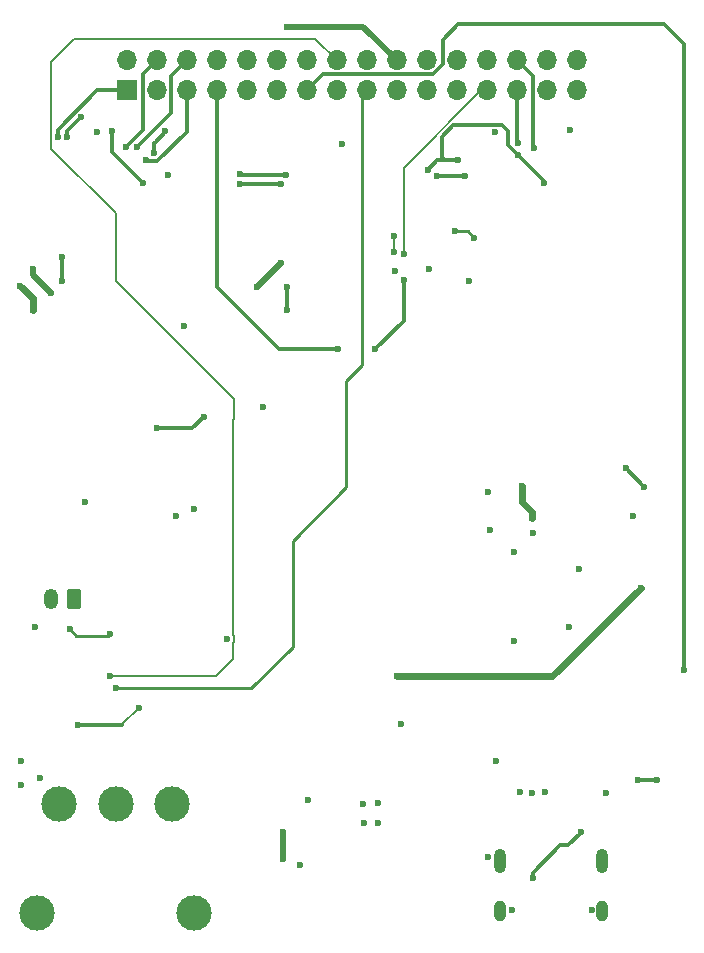
<source format=gbr>
%TF.GenerationSoftware,KiCad,Pcbnew,9.0.0*%
%TF.CreationDate,2025-03-28T03:41:13+02:00*%
%TF.ProjectId,Power_Board_3088F,506f7765-725f-4426-9f61-72645f333038,V0*%
%TF.SameCoordinates,Original*%
%TF.FileFunction,Copper,L2,Bot*%
%TF.FilePolarity,Positive*%
%FSLAX46Y46*%
G04 Gerber Fmt 4.6, Leading zero omitted, Abs format (unit mm)*
G04 Created by KiCad (PCBNEW 9.0.0) date 2025-03-28 03:41:13*
%MOMM*%
%LPD*%
G01*
G04 APERTURE LIST*
G04 Aperture macros list*
%AMRoundRect*
0 Rectangle with rounded corners*
0 $1 Rounding radius*
0 $2 $3 $4 $5 $6 $7 $8 $9 X,Y pos of 4 corners*
0 Add a 4 corners polygon primitive as box body*
4,1,4,$2,$3,$4,$5,$6,$7,$8,$9,$2,$3,0*
0 Add four circle primitives for the rounded corners*
1,1,$1+$1,$2,$3*
1,1,$1+$1,$4,$5*
1,1,$1+$1,$6,$7*
1,1,$1+$1,$8,$9*
0 Add four rect primitives between the rounded corners*
20,1,$1+$1,$2,$3,$4,$5,0*
20,1,$1+$1,$4,$5,$6,$7,0*
20,1,$1+$1,$6,$7,$8,$9,0*
20,1,$1+$1,$8,$9,$2,$3,0*%
G04 Aperture macros list end*
%TA.AperFunction,ComponentPad*%
%ADD10O,1.000000X2.100000*%
%TD*%
%TA.AperFunction,ComponentPad*%
%ADD11O,1.000000X1.800000*%
%TD*%
%TA.AperFunction,ComponentPad*%
%ADD12C,3.000000*%
%TD*%
%TA.AperFunction,ComponentPad*%
%ADD13RoundRect,0.250000X0.350000X0.625000X-0.350000X0.625000X-0.350000X-0.625000X0.350000X-0.625000X0*%
%TD*%
%TA.AperFunction,ComponentPad*%
%ADD14O,1.200000X1.750000*%
%TD*%
%TA.AperFunction,ComponentPad*%
%ADD15R,1.700000X1.700000*%
%TD*%
%TA.AperFunction,ComponentPad*%
%ADD16O,1.700000X1.700000*%
%TD*%
%TA.AperFunction,ViaPad*%
%ADD17C,0.600000*%
%TD*%
%TA.AperFunction,Conductor*%
%ADD18C,0.300000*%
%TD*%
%TA.AperFunction,Conductor*%
%ADD19C,0.500000*%
%TD*%
%TA.AperFunction,Conductor*%
%ADD20C,0.150000*%
%TD*%
%TA.AperFunction,Conductor*%
%ADD21C,0.200000*%
%TD*%
%TA.AperFunction,Conductor*%
%ADD22C,0.600000*%
%TD*%
%TA.AperFunction,Conductor*%
%ADD23C,0.250000*%
%TD*%
G04 APERTURE END LIST*
D10*
%TO.P,U4,2,SHELL*%
%TO.N,GND*%
X141220000Y-96651500D03*
%TO.P,U4,1,SHELL*%
X132580000Y-96651500D03*
D11*
%TO.P,U4,3,SHELL*%
X141220000Y-100831500D03*
%TO.P,U4,4,SHELL*%
X132580000Y-100831500D03*
%TD*%
D12*
%TO.P,SW1,1,1*%
%TO.N,/Battery*%
X104800000Y-91800000D03*
%TO.P,SW1,2,2*%
%TO.N,/Switch-*%
X100000000Y-91800000D03*
%TO.P,SW1,3,3*%
%TO.N,GND*%
X95200000Y-91800000D03*
%TO.P,SW1,4,4*%
%TO.N,unconnected-(SW1-Pad4)*%
X93350000Y-101000000D03*
%TO.P,SW1,5,5*%
%TO.N,unconnected-(SW1-Pad5)*%
X106650000Y-101000000D03*
%TD*%
D13*
%TO.P,J3,1,Pin_1*%
%TO.N,+BATT*%
X96500000Y-74450000D03*
D14*
%TO.P,J3,2,Pin_2*%
%TO.N,GND*%
X94500000Y-74450000D03*
%TD*%
D15*
%TO.P,J1,1,Pin_1*%
%TO.N,/MOTOR2_B_OUT*%
X100950000Y-31375000D03*
D16*
%TO.P,J1,2,Pin_2*%
%TO.N,/MOTOR2_A_OUT*%
X100950000Y-28835000D03*
%TO.P,J1,3,Pin_3*%
%TO.N,/MOTOR4_A_OUT*%
X103490000Y-31375000D03*
%TO.P,J1,4,Pin_4*%
%TO.N,/MOTOR2_CTRL1*%
X103490000Y-28835000D03*
%TO.P,J1,5,Pin_5*%
%TO.N,/MOTOR4_B_OUT*%
X106030000Y-31375000D03*
%TO.P,J1,6,Pin_6*%
%TO.N,/MOTOR2_CTRL2*%
X106030000Y-28835000D03*
%TO.P,J1,7,Pin_7*%
%TO.N,/CTRL_EXT_LOAD2*%
X108570000Y-31375000D03*
%TO.P,J1,8,Pin_8*%
%TO.N,/MOTOR4_CTRL1*%
X108570000Y-28835000D03*
%TO.P,J1,9,Pin_9*%
%TO.N,unconnected-(J1-Pin_9-Pad9)*%
X111110000Y-31375000D03*
%TO.P,J1,10,Pin_10*%
%TO.N,/MOTOR4_CTRL2*%
X111110000Y-28835000D03*
%TO.P,J1,11,Pin_11*%
%TO.N,/EXT_LOAD2_OUT*%
X113650000Y-31375000D03*
%TO.P,J1,12,Pin_12*%
%TO.N,unconnected-(J1-Pin_12-Pad12)*%
X113650000Y-28835000D03*
%TO.P,J1,13,Pin_13*%
%TO.N,/FAST_CHARGE_CTRL*%
X116190000Y-31375000D03*
%TO.P,J1,14,Pin_14*%
%TO.N,+BATT*%
X116190000Y-28835000D03*
%TO.P,J1,15,Pin_15*%
%TO.N,unconnected-(J1-Pin_15-Pad15)*%
X118730000Y-31375000D03*
%TO.P,J1,16,Pin_16*%
%TO.N,/I2C1_SCL*%
X118730000Y-28835000D03*
%TO.P,J1,17,Pin_17*%
%TO.N,/I2C1_SDA*%
X121270000Y-31375000D03*
%TO.P,J1,18,Pin_18*%
%TO.N,+3.3V*%
X121270000Y-28835000D03*
%TO.P,J1,19,Pin_19*%
%TO.N,GND*%
X123810000Y-31375000D03*
%TO.P,J1,20,Pin_20*%
%TO.N,+5V*%
X123810000Y-28835000D03*
%TO.P,J1,21,Pin_21*%
%TO.N,/EXT_LOAD1_OUT*%
X126350000Y-31375000D03*
%TO.P,J1,22,Pin_22*%
%TO.N,+9V*%
X126350000Y-28835000D03*
%TO.P,J1,23,Pin_23*%
%TO.N,GND*%
X128890000Y-31375000D03*
%TO.P,J1,24,Pin_24*%
%TO.N,/MOTOR3_CTRL1*%
X128890000Y-28835000D03*
%TO.P,J1,25,Pin_25*%
%TO.N,/CTRL_EXT_LOAD1*%
X131430000Y-31375000D03*
%TO.P,J1,26,Pin_26*%
%TO.N,/MOTOR3_CTRL2*%
X131430000Y-28835000D03*
%TO.P,J1,27,Pin_27*%
%TO.N,/MOTOR3_A_OUT*%
X133970000Y-31375000D03*
%TO.P,J1,28,Pin_28*%
%TO.N,/MOTOR1_CTRL1*%
X133970000Y-28835000D03*
%TO.P,J1,29,Pin_29*%
%TO.N,/MOTOR3_B_OUT*%
X136510000Y-31375000D03*
%TO.P,J1,30,Pin_30*%
%TO.N,/MOTOR1_CTRL2*%
X136510000Y-28835000D03*
%TO.P,J1,31,Pin_31*%
%TO.N,/MOTOR1_B_OUT*%
X139050000Y-31375000D03*
%TO.P,J1,32,Pin_32*%
%TO.N,/MOTOR1_A_OUT*%
X139050000Y-28835000D03*
%TD*%
D17*
%TO.N,Net-(U_P1-FB)*%
X107450000Y-59050000D03*
%TO.N,GND*%
X119200000Y-35950000D03*
%TO.N,/CC1*%
X135300000Y-98050000D03*
%TO.N,<NO NET>*%
X96800000Y-85080000D03*
%TO.N,Net-(Bin1-A)*%
X114200000Y-96450000D03*
X114200000Y-94150000D03*
%TO.N,GND*%
X139200000Y-71950000D03*
%TO.N,/5V_Buck_Out*%
X123800000Y-81000000D03*
X144450000Y-73500000D03*
%TO.N,Net-(D4-A)*%
X144750000Y-64950000D03*
X143200000Y-63400000D03*
%TO.N,/3V3_M*%
X136250000Y-39250000D03*
X134100000Y-36900000D03*
%TO.N,GND*%
X105800000Y-51350000D03*
%TO.N,/3V3_M*%
X99700000Y-34850000D03*
X102350000Y-39250000D03*
X126450000Y-38100000D03*
X114400000Y-38550000D03*
X110500000Y-38499997D03*
%TO.N,GND*%
X129900000Y-47550000D03*
X126500000Y-46500000D03*
X123650000Y-46700000D03*
%TO.N,+3.3V*%
X130350000Y-43850000D03*
X128700000Y-43300000D03*
%TO.N,GND*%
X98400000Y-34950000D03*
%TO.N,/MOTOR2_A_OUT*%
X95900000Y-35350000D03*
%TO.N,GND*%
X104450000Y-38550000D03*
X138500000Y-34750000D03*
X132100000Y-34950000D03*
%TO.N,/FAST_CHARGE_CTRL*%
X148100000Y-80500000D03*
%TO.N,/CTRL_EXT_LOAD2*%
X124400000Y-47400000D03*
X118850000Y-53300000D03*
X122000000Y-53300000D03*
%TO.N,/3V3_M*%
X129000000Y-37300000D03*
%TO.N,/MOTOR1_CTRL1*%
X135400000Y-36300000D03*
%TO.N,/MOTOR3_A_OUT*%
X134070549Y-35870549D03*
%TO.N,/MOTOR4_B_OUT*%
X102609620Y-37309620D03*
%TO.N,/MOTOR4_A_OUT*%
X104200000Y-34800000D03*
X103259620Y-36700000D03*
%TO.N,/MOTOR2_B_OUT*%
X95100000Y-35350000D03*
%TO.N,/MOTOR2_A_OUT*%
X97100000Y-33650000D03*
%TO.N,/MOTOR2_CTRL2*%
X101819240Y-36150000D03*
%TO.N,/MOTOR2_CTRL1*%
X100859620Y-36159620D03*
%TO.N,/Battery_VM*%
X114000000Y-39300000D03*
X110500000Y-39300000D03*
X129600000Y-38600000D03*
X127200000Y-38600000D03*
%TO.N,GND*%
X121000000Y-93400000D03*
X122200000Y-93400000D03*
X120950000Y-91790000D03*
X115600000Y-97000000D03*
X116250000Y-91450000D03*
X124200000Y-85000000D03*
X132200000Y-88200000D03*
X105100000Y-67400000D03*
X134200000Y-90800000D03*
X106600000Y-66800000D03*
X138400000Y-76800000D03*
X93600000Y-89600000D03*
X135265750Y-90865750D03*
X97400000Y-66200000D03*
X131500000Y-96300000D03*
X92000000Y-88200000D03*
X131500000Y-65400000D03*
X133700000Y-70500000D03*
X93200000Y-76800000D03*
X143800000Y-67400000D03*
X133600000Y-100800000D03*
X135300000Y-68900000D03*
X131700000Y-68600000D03*
X140300000Y-100800000D03*
X136400000Y-90800000D03*
X92000000Y-90200000D03*
X109400000Y-77800000D03*
X112500000Y-58200000D03*
X141500000Y-90900000D03*
X122200000Y-91700000D03*
X133702500Y-78000000D03*
%TO.N,+BATT*%
X93000000Y-50000000D03*
X91934314Y-47934314D03*
%TO.N,<NO NET>*%
X101974308Y-83641807D03*
%TO.N,+3.3V*%
X114500000Y-48000000D03*
X114490380Y-50009620D03*
X99565686Y-77434314D03*
X96100000Y-77000000D03*
%TO.N,+5V*%
X112000000Y-48000000D03*
X114000000Y-46000000D03*
X93000000Y-46500000D03*
X114500000Y-26000000D03*
X94500000Y-48500000D03*
%TO.N,/CTRL_EXT_LOAD1*%
X124380793Y-45261744D03*
%TO.N,/I2C1_SCL*%
X99500000Y-81000000D03*
%TO.N,/I2C1_SDA*%
X100000000Y-82000000D03*
%TO.N,Net-(JP_B_ena1-B)*%
X134400000Y-64900000D03*
X135250000Y-67550000D03*
%TO.N,Net-(U_P1-SW)*%
X95500000Y-45500000D03*
X95500000Y-47500000D03*
%TO.N,Net-(U9-VBUS)*%
X145850000Y-89800000D03*
X144200000Y-89800000D03*
%TO.N,Net-(U_P1-FB)*%
X103500000Y-60000000D03*
%TO.N,/CC1*%
X139375000Y-94210500D03*
%TO.N,Net-(J_L3-A)*%
X123600000Y-43687500D03*
X123600000Y-45087500D03*
%TD*%
D18*
%TO.N,/FAST_CHARGE_CTRL*%
X116190000Y-31375000D02*
X117529000Y-30036000D01*
X117529000Y-30036000D02*
X126847471Y-30036000D01*
X127689000Y-29194471D02*
X127689000Y-27111000D01*
X126847471Y-30036000D02*
X127689000Y-29194471D01*
X127689000Y-27111000D02*
X129000000Y-25800000D01*
X129000000Y-25800000D02*
X146400000Y-25800000D01*
X146400000Y-25800000D02*
X148100000Y-27500000D01*
X148100000Y-27500000D02*
X148100000Y-80500000D01*
%TO.N,Net-(U_P1-FB)*%
X106500000Y-60000000D02*
X107450000Y-59050000D01*
X104000000Y-60000000D02*
X106500000Y-60000000D01*
D19*
%TO.N,+5V*%
X114500000Y-26000000D02*
X120975000Y-26000000D01*
X120975000Y-26000000D02*
X123810000Y-28835000D01*
D20*
%TO.N,/CTRL_EXT_LOAD1*%
X124380793Y-45261744D02*
X124380793Y-37916752D01*
X124380793Y-37916752D02*
X130922545Y-31375000D01*
X130922545Y-31375000D02*
X131430000Y-31375000D01*
%TO.N,Net-(J_L3-A)*%
X123600000Y-45087500D02*
X123600000Y-43687500D01*
D21*
%TO.N,/I2C1_SCL*%
X99500000Y-81000000D02*
X108500000Y-81000000D01*
X109959000Y-59290943D02*
X110001000Y-59248943D01*
X108500000Y-81000000D02*
X109959000Y-79541000D01*
X110001000Y-77551057D02*
X109959000Y-77509057D01*
X109959000Y-79541000D02*
X109959000Y-78090943D01*
X94500000Y-36310760D02*
X94500000Y-29000000D01*
X109959000Y-78090943D02*
X110001000Y-78048943D01*
X110001000Y-78048943D02*
X110001000Y-77551057D01*
X110001000Y-59248943D02*
X110001000Y-58050943D01*
X110001000Y-58050943D02*
X109999000Y-58048943D01*
X109959000Y-77509057D02*
X109959000Y-59290943D01*
X109999000Y-58048943D02*
X109999000Y-57551057D01*
X100000000Y-47552057D02*
X100000000Y-41810760D01*
X109999000Y-57551057D02*
X100000000Y-47552057D01*
X100000000Y-41810760D02*
X94500000Y-36310760D01*
X94500000Y-29000000D02*
X96500000Y-27000000D01*
X96500000Y-27000000D02*
X116895000Y-27000000D01*
X116895000Y-27000000D02*
X118730000Y-28835000D01*
D18*
%TO.N,Net-(U_P1-FB)*%
X103500000Y-60000000D02*
X104000000Y-60000000D01*
D22*
%TO.N,Net-(JP_B_ena1-B)*%
X135250000Y-67550000D02*
X135250000Y-67050000D01*
X135250000Y-67050000D02*
X134400000Y-66200000D01*
X134400000Y-66200000D02*
X134400000Y-64900000D01*
D21*
%TO.N,<NO NET>*%
X101974308Y-83641807D02*
X100580000Y-85036115D01*
X100580000Y-85036115D02*
X100580000Y-85080000D01*
D18*
%TO.N,/CC1*%
X135300000Y-98050000D02*
X135300000Y-97625000D01*
X139375000Y-94225000D02*
X139375000Y-94210500D01*
X138300000Y-95300000D02*
X139375000Y-94225000D01*
X135300000Y-97625000D02*
X137625000Y-95300000D01*
X137625000Y-95300000D02*
X138300000Y-95300000D01*
%TO.N,<NO NET>*%
X96800000Y-85080000D02*
X100580000Y-85080000D01*
D19*
%TO.N,Net-(Bin1-A)*%
X114200000Y-94150000D02*
X114200000Y-96450000D01*
D22*
%TO.N,/5V_Buck_Out*%
X136950000Y-81000000D02*
X123800000Y-81000000D01*
X144450000Y-73500000D02*
X136950000Y-81000000D01*
D18*
%TO.N,Net-(D4-A)*%
X143200000Y-63400000D02*
X144750000Y-64950000D01*
%TO.N,/3V3_M*%
X136250000Y-39250000D02*
X136250000Y-39050000D01*
X136250000Y-39050000D02*
X134100000Y-36900000D01*
X127900000Y-37300000D02*
X127250000Y-37300000D01*
X102350000Y-39250000D02*
X99700000Y-36600000D01*
X99700000Y-36600000D02*
X99700000Y-34850000D01*
X127250000Y-37300000D02*
X126450000Y-38100000D01*
X114400000Y-38550000D02*
X110550003Y-38550000D01*
X110550003Y-38550000D02*
X110500000Y-38499997D01*
D23*
%TO.N,+3.3V*%
X128700000Y-43300000D02*
X129800000Y-43300000D01*
X129800000Y-43300000D02*
X130350000Y-43850000D01*
D18*
%TO.N,/CTRL_EXT_LOAD2*%
X118850000Y-53300000D02*
X113800000Y-53300000D01*
X113800000Y-53300000D02*
X108570000Y-48070000D01*
X108570000Y-48070000D02*
X108570000Y-31375000D01*
D20*
%TO.N,/CTRL_EXT_LOAD1*%
X124380793Y-45261744D02*
X124350000Y-45230951D01*
D18*
%TO.N,/MOTOR2_A_OUT*%
X95900000Y-35350000D02*
X95900000Y-34850000D01*
X95900000Y-34850000D02*
X97100000Y-33650000D01*
%TO.N,/MOTOR2_B_OUT*%
X95100000Y-34729346D02*
X98454346Y-31375000D01*
X98454346Y-31375000D02*
X100950000Y-31375000D01*
X95100000Y-35350000D02*
X95100000Y-34729346D01*
%TO.N,/CTRL_EXT_LOAD2*%
X122000000Y-53300000D02*
X124400000Y-50900000D01*
X124400000Y-50900000D02*
X124400000Y-47400000D01*
%TO.N,/3V3_M*%
X127600000Y-37000000D02*
X127900000Y-37300000D01*
X127600000Y-35300000D02*
X127600000Y-37000000D01*
X127900000Y-37300000D02*
X129000000Y-37300000D01*
X132700000Y-34300000D02*
X128600000Y-34300000D01*
X128600000Y-34300000D02*
X127600000Y-35300000D01*
X133200000Y-34800000D02*
X132700000Y-34300000D01*
X133200000Y-36000000D02*
X133200000Y-34800000D01*
X134100000Y-36900000D02*
X133200000Y-36000000D01*
%TO.N,/MOTOR1_CTRL1*%
X135400000Y-36300000D02*
X135300000Y-36200000D01*
X135300000Y-36200000D02*
X135300000Y-30165000D01*
X135300000Y-30165000D02*
X133970000Y-28835000D01*
%TO.N,/MOTOR3_A_OUT*%
X134070549Y-35870549D02*
X133970000Y-35770000D01*
X133970000Y-35770000D02*
X133970000Y-31375000D01*
%TO.N,/MOTOR4_B_OUT*%
X102609620Y-37309620D02*
X102651000Y-37351000D01*
X106030000Y-34870000D02*
X106030000Y-31375000D01*
X102651000Y-37351000D02*
X103549000Y-37351000D01*
X103549000Y-37351000D02*
X106030000Y-34870000D01*
%TO.N,/MOTOR4_A_OUT*%
X104200000Y-34900000D02*
X104200000Y-34800000D01*
X103300000Y-35800000D02*
X104200000Y-34900000D01*
X103259620Y-36700000D02*
X103259620Y-35840380D01*
X103259620Y-35840380D02*
X103300000Y-35800000D01*
%TO.N,/MOTOR2_CTRL2*%
X104691000Y-33278240D02*
X104691000Y-30174000D01*
X101819240Y-36150000D02*
X104691000Y-33278240D01*
X104691000Y-30174000D02*
X106030000Y-28835000D01*
%TO.N,/MOTOR2_CTRL1*%
X102289000Y-30036000D02*
X103490000Y-28835000D01*
X100859620Y-36159620D02*
X102289000Y-34730240D01*
X102289000Y-34730240D02*
X102289000Y-30036000D01*
%TO.N,/Battery_VM*%
X110500000Y-39300000D02*
X114000000Y-39300000D01*
X127200000Y-38600000D02*
X129600000Y-38600000D01*
D23*
%TO.N,/I2C1_SDA*%
X100000000Y-82000000D02*
X111500000Y-82000000D01*
X111500000Y-82000000D02*
X115000000Y-78500000D01*
X115000000Y-78500000D02*
X115000000Y-69500000D01*
X115000000Y-69500000D02*
X119500000Y-65000000D01*
X119500000Y-65000000D02*
X119500000Y-56000000D01*
X120900000Y-54600000D02*
X120900000Y-31745000D01*
X119500000Y-56000000D02*
X120900000Y-54600000D01*
X120900000Y-31745000D02*
X121270000Y-31375000D01*
%TO.N,+3.3V*%
X96100000Y-77000000D02*
X96665686Y-77565686D01*
X96665686Y-77565686D02*
X99434314Y-77565686D01*
X99434314Y-77565686D02*
X99565686Y-77434314D01*
D22*
%TO.N,+BATT*%
X93000000Y-49000000D02*
X91934314Y-47934314D01*
X93000000Y-50000000D02*
X93000000Y-49000000D01*
D21*
%TO.N,<NO NET>*%
X102000000Y-83667499D02*
X101974308Y-83641807D01*
D18*
%TO.N,+3.3V*%
X114500000Y-48000000D02*
X114500000Y-50000000D01*
X114500000Y-50000000D02*
X114490380Y-50009620D01*
D19*
%TO.N,+5V*%
X94500000Y-48500000D02*
X93000000Y-47000000D01*
X114000000Y-46000000D02*
X112000000Y-48000000D01*
X93000000Y-47000000D02*
X93000000Y-46500000D01*
D18*
%TO.N,Net-(U_P1-SW)*%
X95500000Y-45500000D02*
X95500000Y-47500000D01*
%TO.N,Net-(U9-VBUS)*%
X144200000Y-89800000D02*
X145850000Y-89800000D01*
%TD*%
M02*

</source>
